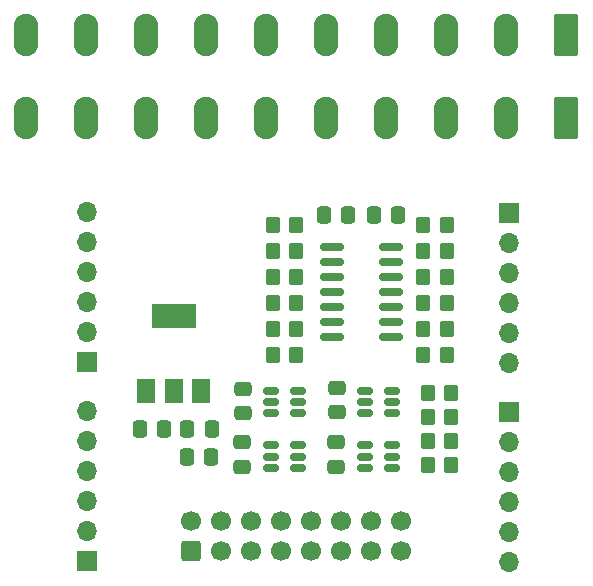
<source format=gbr>
%TF.GenerationSoftware,KiCad,Pcbnew,6.0.11+dfsg-1~bpo11+1*%
%TF.CreationDate,2023-07-05T16:37:14+02:00*%
%TF.ProjectId,aout4rib21,616f7574-3472-4696-9232-312e6b696361,1.1*%
%TF.SameCoordinates,Original*%
%TF.FileFunction,Soldermask,Top*%
%TF.FilePolarity,Negative*%
%FSLAX46Y46*%
G04 Gerber Fmt 4.6, Leading zero omitted, Abs format (unit mm)*
G04 Created by KiCad (PCBNEW 6.0.11+dfsg-1~bpo11+1) date 2023-07-05 16:37:14*
%MOMM*%
%LPD*%
G01*
G04 APERTURE LIST*
G04 Aperture macros list*
%AMRoundRect*
0 Rectangle with rounded corners*
0 $1 Rounding radius*
0 $2 $3 $4 $5 $6 $7 $8 $9 X,Y pos of 4 corners*
0 Add a 4 corners polygon primitive as box body*
4,1,4,$2,$3,$4,$5,$6,$7,$8,$9,$2,$3,0*
0 Add four circle primitives for the rounded corners*
1,1,$1+$1,$2,$3*
1,1,$1+$1,$4,$5*
1,1,$1+$1,$6,$7*
1,1,$1+$1,$8,$9*
0 Add four rect primitives between the rounded corners*
20,1,$1+$1,$2,$3,$4,$5,0*
20,1,$1+$1,$4,$5,$6,$7,0*
20,1,$1+$1,$6,$7,$8,$9,0*
20,1,$1+$1,$8,$9,$2,$3,0*%
G04 Aperture macros list end*
%ADD10RoundRect,0.249999X0.790001X1.550001X-0.790001X1.550001X-0.790001X-1.550001X0.790001X-1.550001X0*%
%ADD11O,2.080000X3.600000*%
%ADD12RoundRect,0.250000X-0.350000X-0.450000X0.350000X-0.450000X0.350000X0.450000X-0.350000X0.450000X0*%
%ADD13RoundRect,0.250000X0.350000X0.450000X-0.350000X0.450000X-0.350000X-0.450000X0.350000X-0.450000X0*%
%ADD14RoundRect,0.250000X0.337500X0.475000X-0.337500X0.475000X-0.337500X-0.475000X0.337500X-0.475000X0*%
%ADD15R,1.700000X1.700000*%
%ADD16O,1.700000X1.700000*%
%ADD17RoundRect,0.150000X-0.512500X-0.150000X0.512500X-0.150000X0.512500X0.150000X-0.512500X0.150000X0*%
%ADD18R,1.500000X2.000000*%
%ADD19R,3.800000X2.000000*%
%ADD20RoundRect,0.150000X-0.825000X-0.150000X0.825000X-0.150000X0.825000X0.150000X-0.825000X0.150000X0*%
%ADD21RoundRect,0.250000X0.475000X-0.337500X0.475000X0.337500X-0.475000X0.337500X-0.475000X-0.337500X0*%
%ADD22RoundRect,0.250000X0.600000X-0.600000X0.600000X0.600000X-0.600000X0.600000X-0.600000X-0.600000X0*%
%ADD23C,1.700000*%
G04 APERTURE END LIST*
D10*
%TO.C,J3*%
X168360000Y-80277500D03*
D11*
X163280000Y-80277500D03*
X158200000Y-80277500D03*
X153120000Y-80277500D03*
X148040000Y-80277500D03*
X142960000Y-80277500D03*
X137880000Y-80277500D03*
X132800000Y-80277500D03*
X127720000Y-80277500D03*
X122640000Y-80277500D03*
%TD*%
D12*
%TO.C,R1*%
X156620000Y-107650000D03*
X158620000Y-107650000D03*
%TD*%
D13*
%TO.C,R11*%
X158250000Y-91600000D03*
X156250000Y-91600000D03*
%TD*%
D12*
%TO.C,R16*%
X156610000Y-109700000D03*
X158610000Y-109700000D03*
%TD*%
D14*
%TO.C,C6*%
X149870000Y-88500000D03*
X147795000Y-88500000D03*
%TD*%
D15*
%TO.C,J6*%
X127775000Y-117825000D03*
D16*
X127775000Y-115285000D03*
X127775000Y-112745000D03*
X127775000Y-110205000D03*
X127775000Y-107665000D03*
X127775000Y-105125000D03*
%TD*%
D17*
%TO.C,U5*%
X143352500Y-108030000D03*
X143352500Y-108980000D03*
X143352500Y-109930000D03*
X145627500Y-109930000D03*
X145627500Y-108980000D03*
X145627500Y-108030000D03*
%TD*%
D10*
%TO.C,J2*%
X168360000Y-73277500D03*
D11*
X163280000Y-73277500D03*
X158200000Y-73277500D03*
X153120000Y-73277500D03*
X148040000Y-73277500D03*
X142960000Y-73277500D03*
X137880000Y-73277500D03*
X132800000Y-73277500D03*
X127720000Y-73277500D03*
X122640000Y-73277500D03*
%TD*%
D13*
%TO.C,R10*%
X158250000Y-98200000D03*
X156250000Y-98200000D03*
%TD*%
D12*
%TO.C,R5*%
X143500000Y-98200000D03*
X145500000Y-98200000D03*
%TD*%
D13*
%TO.C,R12*%
X158250000Y-96000000D03*
X156250000Y-96000000D03*
%TD*%
D18*
%TO.C,U2*%
X132800000Y-103400000D03*
D19*
X135100000Y-97100000D03*
D18*
X135100000Y-103400000D03*
X137400000Y-103400000D03*
%TD*%
D20*
%TO.C,U4*%
X148525000Y-91190000D03*
X148525000Y-92460000D03*
X148525000Y-93730000D03*
X148525000Y-95000000D03*
X148525000Y-96270000D03*
X148525000Y-97540000D03*
X148525000Y-98810000D03*
X153475000Y-98810000D03*
X153475000Y-97540000D03*
X153475000Y-96270000D03*
X153475000Y-95000000D03*
X153475000Y-93730000D03*
X153475000Y-92460000D03*
X153475000Y-91190000D03*
%TD*%
D13*
%TO.C,R15*%
X158250000Y-89400000D03*
X156250000Y-89400000D03*
%TD*%
D12*
%TO.C,R3*%
X156620000Y-105600000D03*
X158620000Y-105600000D03*
%TD*%
D15*
%TO.C,J5*%
X163500000Y-88340000D03*
D16*
X163500000Y-90880000D03*
X163500000Y-93420000D03*
X163500000Y-95960000D03*
X163500000Y-98500000D03*
X163500000Y-101040000D03*
%TD*%
D14*
%TO.C,C4*%
X134300000Y-106600000D03*
X132225000Y-106600000D03*
%TD*%
D21*
%TO.C,C3*%
X148900000Y-105225000D03*
X148900000Y-103150000D03*
%TD*%
D12*
%TO.C,R8*%
X143500000Y-89400000D03*
X145500000Y-89400000D03*
%TD*%
%TO.C,R9*%
X143500000Y-100400000D03*
X145500000Y-100400000D03*
%TD*%
%TO.C,R7*%
X143500000Y-96000000D03*
X145500000Y-96000000D03*
%TD*%
D13*
%TO.C,R14*%
X158250000Y-100400000D03*
X156250000Y-100400000D03*
%TD*%
D12*
%TO.C,R6*%
X143500000Y-93800000D03*
X145500000Y-93800000D03*
%TD*%
D21*
%TO.C,C10*%
X148860000Y-109845000D03*
X148860000Y-107770000D03*
%TD*%
D14*
%TO.C,C1*%
X138325000Y-106600000D03*
X136250000Y-106600000D03*
%TD*%
D15*
%TO.C,J7*%
X163525000Y-105200000D03*
D16*
X163525000Y-107740000D03*
X163525000Y-110280000D03*
X163525000Y-112820000D03*
X163525000Y-115360000D03*
X163525000Y-117900000D03*
%TD*%
D12*
%TO.C,R2*%
X156630000Y-103560000D03*
X158630000Y-103560000D03*
%TD*%
D13*
%TO.C,R13*%
X158250000Y-93800000D03*
X156250000Y-93800000D03*
%TD*%
D17*
%TO.C,U1*%
X143325000Y-103400000D03*
X143325000Y-104350000D03*
X143325000Y-105300000D03*
X145600000Y-105300000D03*
X145600000Y-104350000D03*
X145600000Y-103400000D03*
%TD*%
D12*
%TO.C,R4*%
X143500000Y-91600000D03*
X145500000Y-91600000D03*
%TD*%
D14*
%TO.C,C7*%
X154135000Y-88520000D03*
X152060000Y-88520000D03*
%TD*%
%TO.C,C2*%
X138300000Y-109000000D03*
X136225000Y-109000000D03*
%TD*%
D17*
%TO.C,U3*%
X151312500Y-103400000D03*
X151312500Y-104350000D03*
X151312500Y-105300000D03*
X153587500Y-105300000D03*
X153587500Y-104350000D03*
X153587500Y-103400000D03*
%TD*%
D21*
%TO.C,C8*%
X141000000Y-105300000D03*
X141000000Y-103225000D03*
%TD*%
D15*
%TO.C,J4*%
X127775000Y-100925000D03*
D16*
X127775000Y-98385000D03*
X127775000Y-95845000D03*
X127775000Y-93305000D03*
X127775000Y-90765000D03*
X127775000Y-88225000D03*
%TD*%
D17*
%TO.C,U6*%
X151300000Y-108020000D03*
X151300000Y-108970000D03*
X151300000Y-109920000D03*
X153575000Y-109920000D03*
X153575000Y-108970000D03*
X153575000Y-108020000D03*
%TD*%
D22*
%TO.C,J1*%
X136610000Y-116992500D03*
D23*
X136610000Y-114452500D03*
X139150000Y-116992500D03*
X139150000Y-114452500D03*
X141690000Y-116992500D03*
X141690000Y-114452500D03*
X144230000Y-116992500D03*
X144230000Y-114452500D03*
X146770000Y-116992500D03*
X146770000Y-114452500D03*
X149310000Y-116992500D03*
X149310000Y-114452500D03*
X151850000Y-116992500D03*
X151850000Y-114452500D03*
X154390000Y-116992500D03*
X154390000Y-114452500D03*
%TD*%
D21*
%TO.C,C9*%
X140920000Y-109825000D03*
X140920000Y-107750000D03*
%TD*%
M02*

</source>
